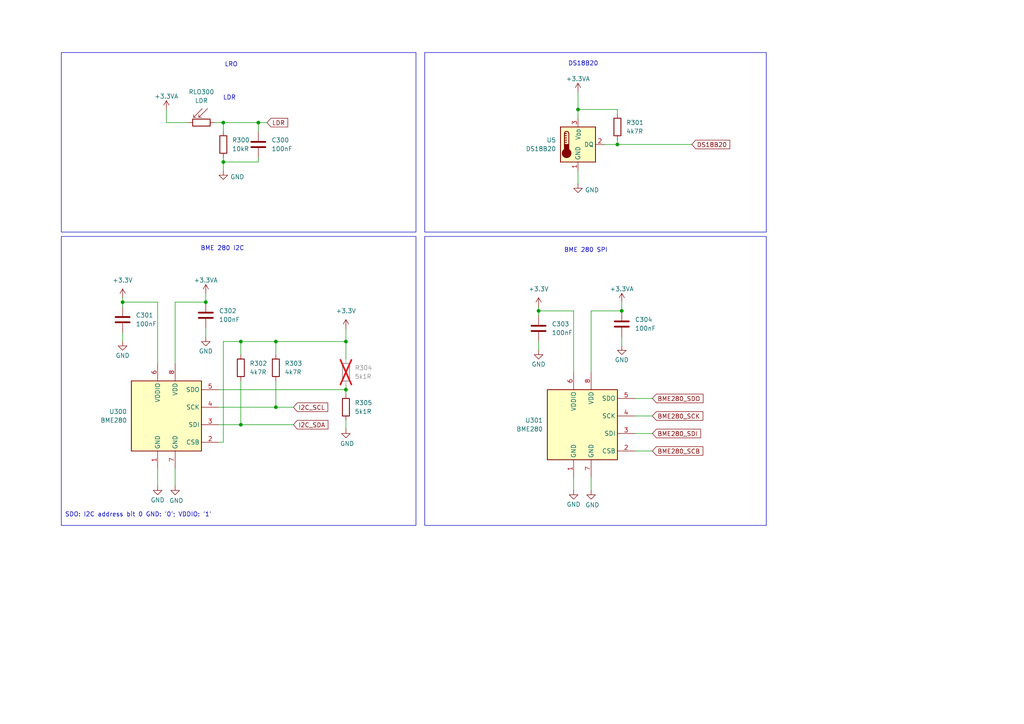
<source format=kicad_sch>
(kicad_sch (version 20231120) (generator "eeschema") (generator_version "8.0")
  (paper "A4")
  (lib_symbols
    (symbol "Device:C" (pin_numbers hide) (pin_names (offset 0.254))
      (property "Reference" "C" (at 0.635 2.54 0))
      (property "Value" "C" (at 0.635 -2.54 0))
      (symbol "C_0_1"
        (polyline (pts (xy -2.032 -0.762) (xy 2.032 -0.762)) (stroke (width 0.508)))
        (polyline (pts (xy -2.032 0.762) (xy 2.032 0.762)) (stroke (width 0.508)))
      )
      (symbol "C_1_1"
        (pin passive line (at 0 3.81 270) (length 2.794) (name "~") (number "1"))
        (pin passive line (at 0 -3.81 90) (length 2.794) (name "~") (number "2"))
      )
    )
    (symbol "Device:R" (pin_numbers hide) (pin_names (offset 0))
      (property "Reference" "R" (at 2.032 0 90))
      (property "Value" "R" (at 0 0 90))
      (symbol "R_0_1"
        (rectangle (start -1.016 -2.54) (end 1.016 2.54) (stroke (width 0.254)))
      )
      (symbol "R_1_1"
        (pin passive line (at 0 3.81 270) (length 1.27) (name "~") (number "1"))
        (pin passive line (at 0 -3.81 90) (length 1.27) (name "~") (number "2"))
      )
    )
    (symbol "Sensor:BME280"
      (property "Reference" "U" (at -8.89 11.43 0))
      (property "Value" "BME280" (at 7.62 11.43 0))
      (symbol "BME280_0_1"
        (rectangle (start -10.16 10.16) (end 10.16 -10.16) (stroke (width 0.254)) (fill (type background)))
      )
      (symbol "BME280_1_1"
        (pin power_in line (at -2.54 -15.24 90) (length 5.08) (name "GND") (number "1"))
        (pin input line (at 15.24 -7.62 180) (length 5.08) (name "CSB") (number "2"))
        (pin bidirectional line (at 15.24 -2.54 180) (length 5.08) (name "SDI") (number "3"))
        (pin input line (at 15.24 2.54 180) (length 5.08) (name "SCK") (number "4"))
        (pin bidirectional line (at 15.24 7.62 180) (length 5.08) (name "SDO") (number "5"))
        (pin power_in line (at -2.54 15.24 270) (length 5.08) (name "VDDIO") (number "6"))
        (pin power_in line (at 2.54 -15.24 90) (length 5.08) (name "GND") (number "7"))
        (pin power_in line (at 2.54 15.24 270) (length 5.08) (name "VDD") (number "8"))
      )
    )
    (symbol "Sensor_Optical:LDR07" (pin_numbers hide) (pin_names (offset 0))
      (property "Reference" "R" (at -5.08 0 90))
      (property "Value" "LDR07" (at 1.905 0 90))
      (symbol "LDR07_0_1"
        (rectangle (start -1.016 2.54) (end 1.016 -2.54) (stroke (width 0.254)))
        (polyline (pts (xy -1.524 -2.286) (xy -4.064 0.254)))
        (polyline (pts (xy -1.524 -2.286) (xy -2.286 -2.286)))
        (polyline (pts (xy -1.524 -2.286) (xy -1.524 -1.524)))
        (polyline (pts (xy -1.524 -0.762) (xy -4.064 1.778)))
        (polyline (pts (xy -1.524 -0.762) (xy -2.286 -0.762)))
        (polyline (pts (xy -1.524 -0.762) (xy -1.524 0)))
      )
      (symbol "LDR07_1_1"
        (pin passive line (at 0 3.81 270) (length 1.27) (name "~") (number "1"))
        (pin passive line (at 0 -3.81 90) (length 1.27) (name "~") (number "2"))
      )
    )
    (symbol "Sensor_Temperature:DS18B20"
      (property "Reference" "U" (at -3.81 6.35 0))
      (property "Value" "DS18B20" (at 6.35 6.35 0))
      (symbol "DS18B20_0_1"
        (rectangle (start -5.08 5.08) (end 5.08 -5.08) (stroke (width 0.254)) (fill (type background)))
        (circle (center -3.302 -2.54) (radius 1.27) (stroke (width 0.254)) (fill (type outline)))
        (rectangle (start -2.667 -1.905) (end -3.937 0) (stroke (width 0.254)) (fill (type outline)))
        (arc (start -2.667 3.175) (mid -3.302 3.8073) (end -3.937 3.175) (stroke (width 0.254)))
        (polyline (pts (xy -3.937 0.635) (xy -3.302 0.635)) (stroke (width 0.254)))
        (polyline (pts (xy -3.937 1.27) (xy -3.302 1.27)) (stroke (width 0.254)))
        (polyline (pts (xy -3.937 1.905) (xy -3.302 1.905)) (stroke (width 0.254)))
        (polyline (pts (xy -3.937 2.54) (xy -3.302 2.54)) (stroke (width 0.254)))
        (polyline (pts (xy -3.937 3.175) (xy -3.937 0)) (stroke (width 0.254)))
        (polyline (pts (xy -3.937 3.175) (xy -3.302 3.175)) (stroke (width 0.254)))
        (polyline (pts (xy -2.667 3.175) (xy -2.667 0)) (stroke (width 0.254)))
      )
      (symbol "DS18B20_1_1"
        (pin power_in line (at 0 -7.62 90) (length 2.54) (name "GND") (number "1"))
        (pin bidirectional line (at 7.62 0 180) (length 2.54) (name "DQ") (number "2"))
        (pin power_in line (at 0 7.62 270) (length 2.54) (name "V_{DD}") (number "3"))
      )
    )
    (symbol "power:+3.3V" (power) (pin_numbers hide) (pin_names (offset 0) hide)
      (property "Value" "+3.3V" (at 0 3.556 0))
      (symbol "+3.3V_0_1"
        (polyline (pts (xy -0.762 1.27) (xy 0 2.54)))
        (polyline (pts (xy 0 0) (xy 0 2.54)))
        (polyline (pts (xy 0 2.54) (xy 0.762 1.27)))
      )
      (symbol "+3.3V_1_1"
        (pin power_in line (at 0 0 90) (length 0) (name "~") (number "1"))
      )
    )
    (symbol "power:+3.3VA" (power) (pin_names (offset 0))
      (property "Value" "+3.3VA" (at 0 3.556 0))
      (symbol "+3.3VA_0_1"
        (polyline (pts (xy -0.762 1.27) (xy 0 2.54)))
        (polyline (pts (xy 0 0) (xy 0 2.54)))
        (polyline (pts (xy 0 2.54) (xy 0.762 1.27)))
      )
      (symbol "+3.3VA_1_1"
        (pin power_in line (at 0 0 90) (length 0) hide (name "+3.3VA") (number "1"))
      )
    )
    (symbol "power:GND" (power) (pin_numbers hide) (pin_names (offset 0) hide)
      (property "Value" "GND" (at 0 -3.81 0))
      (symbol "GND_0_1"
        (polyline (pts (xy 0 0) (xy 0 -1.27) (xy 1.27 -1.27) (xy 0 -2.54) (xy -1.27 -1.27) (xy 0 -1.27)))
      )
      (symbol "GND_1_1"
        (pin power_in line (at 0 0 270) (length 0) (name "~") (number "1"))
      )
    )
  )
  (junction (at 179.07 41.91))
  (junction (at 74.93 35.56))
  (junction (at 156.21 90.17))
  (junction (at 100.33 99.06))
  (junction (at 35.56 87.63))
  (junction (at 80.01 118.11))
  (junction (at 69.85 123.19))
  (junction (at 80.01 99.06))
  (junction (at 69.85 99.06))
  (junction (at 64.77 35.56))
  (junction (at 167.64 31.75))
  (junction (at 100.33 113.03))
  (junction (at 59.69 87.63))
  (junction (at 64.77 46.99))
  (junction (at 180.34 90.17))
  (wire (pts (xy 184.15 115.57) (xy 189.23 115.57)))
  (wire (pts (xy 45.72 135.89) (xy 45.72 140.97)))
  (wire (pts (xy 59.69 87.63) (xy 50.8 87.63)))
  (wire (pts (xy 62.23 35.56) (xy 64.77 35.56)))
  (wire (pts (xy 180.34 97.79) (xy 180.34 100.33)))
  (wire (pts (xy 166.37 90.17) (xy 166.37 107.95)))
  (wire (pts (xy 64.77 35.56) (xy 64.77 38.1)))
  (wire (pts (xy 69.85 99.06) (xy 64.77 99.06)))
  (wire (pts (xy 35.56 96.52) (xy 35.56 99.06)))
  (wire (pts (xy 100.33 95.25) (xy 100.33 99.06)))
  (wire (pts (xy 74.93 46.99) (xy 74.93 45.72)))
  (wire (pts (xy 180.34 87.63) (xy 180.34 90.17)))
  (wire (pts (xy 156.21 90.17) (xy 166.37 90.17)))
  (wire (pts (xy 167.64 31.75) (xy 167.64 34.29)))
  (wire (pts (xy 156.21 99.06) (xy 156.21 101.6)))
  (wire (pts (xy 59.69 85.09) (xy 59.69 87.63)))
  (wire (pts (xy 45.72 87.63) (xy 45.72 105.41)))
  (wire (pts (xy 179.07 40.64) (xy 179.07 41.91)))
  (wire (pts (xy 179.07 31.75) (xy 167.64 31.75)))
  (wire (pts (xy 64.77 128.27) (xy 63.5 128.27)))
  (wire (pts (xy 48.26 31.75) (xy 48.26 35.56)))
  (wire (pts (xy 167.64 26.67) (xy 167.64 31.75)))
  (wire (pts (xy 100.33 113.03) (xy 100.33 114.3)))
  (wire (pts (xy 69.85 123.19) (xy 85.09 123.19)))
  (wire (pts (xy 171.45 138.43) (xy 171.45 142.24)))
  (wire (pts (xy 63.5 113.03) (xy 100.33 113.03)))
  (wire (pts (xy 184.15 130.81) (xy 189.23 130.81)))
  (wire (pts (xy 80.01 99.06) (xy 100.33 99.06)))
  (wire (pts (xy 100.33 99.06) (xy 100.33 104.14)))
  (wire (pts (xy 35.56 87.63) (xy 45.72 87.63)))
  (wire (pts (xy 80.01 110.49) (xy 80.01 118.11)))
  (wire (pts (xy 171.45 90.17) (xy 171.45 107.95)))
  (wire (pts (xy 63.5 118.11) (xy 80.01 118.11)))
  (wire (pts (xy 74.93 35.56) (xy 77.47 35.56)))
  (wire (pts (xy 64.77 46.99) (xy 64.77 49.53)))
  (wire (pts (xy 175.26 41.91) (xy 179.07 41.91)))
  (wire (pts (xy 69.85 110.49) (xy 69.85 123.19)))
  (wire (pts (xy 184.15 120.65) (xy 189.23 120.65)))
  (wire (pts (xy 69.85 102.87) (xy 69.85 99.06)))
  (wire (pts (xy 80.01 102.87) (xy 80.01 99.06)))
  (wire (pts (xy 167.64 49.53) (xy 167.64 53.34)))
  (wire (pts (xy 179.07 33.02) (xy 179.07 31.75)))
  (wire (pts (xy 156.21 90.17) (xy 156.21 91.44)))
  (wire (pts (xy 179.07 41.91) (xy 200.66 41.91)))
  (wire (pts (xy 156.21 88.9) (xy 156.21 90.17)))
  (wire (pts (xy 184.15 125.73) (xy 189.23 125.73)))
  (wire (pts (xy 64.77 46.99) (xy 64.77 45.72)))
  (wire (pts (xy 69.85 99.06) (xy 80.01 99.06)))
  (wire (pts (xy 64.77 35.56) (xy 74.93 35.56)))
  (wire (pts (xy 74.93 35.56) (xy 74.93 38.1)))
  (wire (pts (xy 100.33 121.92) (xy 100.33 124.46)))
  (wire (pts (xy 35.56 87.63) (xy 35.56 88.9)))
  (wire (pts (xy 50.8 135.89) (xy 50.8 140.97)))
  (wire (pts (xy 74.93 46.99) (xy 64.77 46.99)))
  (wire (pts (xy 48.26 35.56) (xy 54.61 35.56)))
  (wire (pts (xy 63.5 123.19) (xy 69.85 123.19)))
  (wire (pts (xy 100.33 113.03) (xy 100.33 111.76)))
  (wire (pts (xy 64.77 99.06) (xy 64.77 128.27)))
  (wire (pts (xy 166.37 138.43) (xy 166.37 142.24)))
  (wire (pts (xy 180.34 90.17) (xy 171.45 90.17)))
  (wire (pts (xy 35.56 86.36) (xy 35.56 87.63)))
  (wire (pts (xy 59.69 95.25) (xy 59.69 97.79)))
  (wire (pts (xy 80.01 118.11) (xy 85.09 118.11)))
  (wire (pts (xy 50.8 87.63) (xy 50.8 105.41)))
  (rectangle (start 17.78 68.58) (end 120.65 152.4))
  (rectangle (start 123.19 15.24) (end 222.25 67.31))
  (rectangle (start 17.78 15.24) (end 120.65 67.31))
  (rectangle (start 123.19 68.58) (end 222.25 152.4))
  (text "LRO" (at 67.056 18.796 0) (effects (font (size 1.27 1.27))))
  (text "DS18B20" (at 169.164 18.542 0) (effects (font (size 1.27 1.27))))
  (text "BME 280 SPI" (at 169.926 72.644 0) (effects (font (size 1.27 1.27))))
  (text "BME 280 I2C" (at 64.516 72.136 0) (effects (font (size 1.27 1.27))))
  (text "LDR" (at 66.548 28.448 0) (effects (font (size 1.27 1.27))))
  (text "SDO: I2C address bit 0 GND: '0'; VDDIO: '1'" (at 40.132 149.352 0) (effects (font (size 1.27 1.27))))
  (global_label "I2C_SDA" (shape input) (at 85.09 123.19 0) (property "Intersheetrefs" "${INTERSHEET_REFS}" (effects (hide yes))))
  (global_label "I2C_SCL" (shape input) (at 85.09 118.11 0) (property "Intersheetrefs" "${INTERSHEET_REFS}" (effects (hide yes))))
  (global_label "DS18B20" (shape input) (at 200.66 41.91 0) (property "Intersheetrefs" "${INTERSHEET_REFS}" (effects (hide yes))))
  (global_label "BME280_SDO" (shape input) (at 189.23 115.57 0) (property "Intersheetrefs" "${INTERSHEET_REFS}" (effects (hide yes))))
  (global_label "LDR" (shape input) (at 77.47 35.56 0) (property "Intersheetrefs" "${INTERSHEET_REFS}" (effects (hide yes))))
  (global_label "BME280_SCB" (shape input) (at 189.23 130.81 0) (property "Intersheetrefs" "${INTERSHEET_REFS}" (effects (hide yes))))
  (global_label "BME280_SDI" (shape input) (at 189.23 125.73 0) (property "Intersheetrefs" "${INTERSHEET_REFS}" (effects (hide yes))))
  (global_label "BME280_SCK" (shape input) (at 189.23 120.65 0) (property "Intersheetrefs" "${INTERSHEET_REFS}" (effects (hide yes))))
  (symbol (lib_id "Device:C") (at 35.56 92.71 0) (unit 1)
    (property "Reference" "C301" (at 39.37 91.4399 0) (effects (justify left)))
    (property "Value" "100nF" (at 39.37 93.9799 0) (effects (justify left)))
    (property "Footprint" "Capacitor_SMD:C_0805_2012Metric" (effects (hide yes)))
    (property "Description" "Unpolarized capacitor" (effects (hide yes)))
    (property "Manufacturer" "Samsung Electro-Mechanics" (effects (hide yes)))
    (property "Manufacturer Product Number" "CL21A106KOQNNNE" (effects (hide yes)))
  )
  (symbol (lib_id "power:GND") (at 156.21 101.6 0) (unit 1)
    (property "Reference" "#PWR035" (effects (hide yes)))
    (property "Value" "GND" (at 156.21 105.664 0))
    (property "Description" "Power symbol creates a global label with name \"GND\" , ground" (effects (hide yes)))
  )
  (symbol (lib_id "power:GND") (at 171.45 142.24 0) (unit 1)
    (property "Reference" "#PWR039" (effects (hide yes)))
    (property "Value" "GND" (at 171.8046 146.4635 0))
    (property "Description" "Power symbol creates a global label with name \"GND\" , ground" (effects (hide yes)))
  )
  (symbol (lib_id "power:+3.3V") (at 35.56 86.36 0) (unit 1)
    (property "Reference" "#PWR033" (effects (hide yes)))
    (property "Value" "+3.3V" (at 35.56 81.28 0))
    (property "Description" "Power symbol creates a global label with name \"+3.3V\"" (effects (hide yes)))
  )
  (symbol (lib_id "power:+3.3V") (at 156.21 88.9 0) (unit 1)
    (property "Reference" "#PWR034" (effects (hide yes)))
    (property "Value" "+3.3V" (at 156.21 83.82 0))
    (property "Description" "Power symbol creates a global label with name \"+3.3V\"" (effects (hide yes)))
  )
  (symbol (lib_id "power:+3.3VA") (at 167.64 26.67 0) (unit 1)
    (property "Reference" "#PWR030" (effects (hide yes)))
    (property "Value" "+3.3VA" (at 167.64 22.86 0))
  )
  (symbol (lib_id "power:GND") (at 180.34 100.33 0) (unit 1)
    (property "Reference" "#PWR045" (effects (hide yes)))
    (property "Value" "GND" (at 180.34 104.394 0))
    (property "Description" "Power symbol creates a global label with name \"GND\" , ground" (effects (hide yes)))
  )
  (symbol (lib_id "power:GND") (at 35.56 99.06 0) (unit 1)
    (property "Reference" "#PWR042" (effects (hide yes)))
    (property "Value" "GND" (at 35.56 103.124 0))
    (property "Description" "Power symbol creates a global label with name \"GND\" , ground" (effects (hide yes)))
  )
  (symbol (lib_id "Device:C") (at 156.21 95.25 0) (unit 1)
    (property "Reference" "C303" (at 160.02 93.9799 0) (effects (justify left)))
    (property "Value" "100nF" (at 160.02 96.5199 0) (effects (justify left)))
    (property "Footprint" "Capacitor_SMD:C_0805_2012Metric" (effects (hide yes)))
    (property "Description" "Unpolarized capacitor" (effects (hide yes)))
    (property "Manufacturer" "Samsung Electro-Mechanics" (effects (hide yes)))
    (property "Manufacturer Product Number" "CL21A106KOQNNNE" (effects (hide yes)))
  )
  (symbol (lib_id "Device:C") (at 180.34 93.98 0) (unit 1)
    (property "Reference" "C304" (at 184.15 92.7099 0) (effects (justify left)))
    (property "Value" "100nF" (at 184.15 95.2499 0) (effects (justify left)))
    (property "Footprint" "Capacitor_SMD:C_0805_2012Metric" (effects (hide yes)))
    (property "Description" "Unpolarized capacitor" (effects (hide yes)))
    (property "Manufacturer" "Samsung Electro-Mechanics" (effects (hide yes)))
    (property "Manufacturer Product Number" "CL21A106KOQNNNE" (effects (hide yes)))
  )
  (symbol (lib_id "Device:R") (at 179.07 36.83 0) (unit 1)
    (property "Reference" "R301" (at 181.61 35.5599 0) (effects (justify left)))
    (property "Value" "4k7R" (at 181.61 38.0999 0) (effects (justify left)))
    (property "Footprint" "Resistor_SMD:R_0805_2012Metric" (effects (hide yes)))
    (property "Description" "Resistor" (effects (hide yes)))
    (property "Manufacturer" "UNI-ROYAL(Uniroyal Elec)" (effects (hide yes)))
    (property "Manufacturer Product Number" "0805W8F1002T5E" (effects (hide yes)))
  )
  (symbol (lib_id "power:GND") (at 166.37 142.24 0) (unit 1)
    (property "Reference" "#PWR038" (effects (hide yes)))
    (property "Value" "GND" (at 166.37 146.304 0))
    (property "Description" "Power symbol creates a global label with name \"GND\" , ground" (effects (hide yes)))
  )
  (symbol (lib_id "Device:R") (at 100.33 107.95 0) (unit 1) (dnp yes)
    (property "Reference" "R304" (at 102.87 106.6799 0) (effects (justify left)))
    (property "Value" "5k1R" (at 102.87 109.2199 0) (effects (justify left)))
    (property "Footprint" "Resistor_SMD:R_0805_2012Metric" (effects (hide yes)))
    (property "Description" "Resistor" (effects (hide yes)))
    (property "Manufacturer" "UNI-ROYAL(Uniroyal Elec)" (effects (hide yes)))
    (property "Manufacturer Product Number" "0805W8F1002T5E" (effects (hide yes)))
  )
  (symbol (lib_id "Device:R") (at 64.77 41.91 0) (unit 1)
    (property "Reference" "R300" (at 67.31 40.6399 0) (effects (justify left)))
    (property "Value" "10kR" (at 67.31 43.1799 0) (effects (justify left)))
    (property "Footprint" "Resistor_SMD:R_0805_2012Metric" (effects (hide yes)))
    (property "Description" "Resistor" (effects (hide yes)))
    (property "Manufacturer" "UNI-ROYAL(Uniroyal Elec)" (effects (hide yes)))
    (property "Manufacturer Product Number" "0805W8F1002T5E" (effects (hide yes)))
  )
  (symbol (lib_id "power:+3.3V") (at 100.33 95.25 0) (unit 1)
    (property "Reference" "#PWR040" (effects (hide yes)))
    (property "Value" "+3.3V" (at 100.33 90.17 0))
    (property "Description" "Power symbol creates a global label with name \"+3.3V\"" (effects (hide yes)))
  )
  (symbol (lib_id "Device:R") (at 69.85 106.68 0) (unit 1)
    (property "Reference" "R302" (at 72.39 105.4099 0) (effects (justify left)))
    (property "Value" "4k7R" (at 72.39 107.9499 0) (effects (justify left)))
    (property "Footprint" "Resistor_SMD:R_0805_2012Metric" (effects (hide yes)))
    (property "Description" "Resistor" (effects (hide yes)))
    (property "Manufacturer" "UNI-ROYAL(Uniroyal Elec)" (effects (hide yes)))
    (property "Manufacturer Product Number" "0805W8F1002T5E" (effects (hide yes)))
  )
  (symbol (lib_id "power:+3.3VA") (at 48.26 31.75 0) (unit 1)
    (property "Reference" "#PWR015" (effects (hide yes)))
    (property "Value" "+3.3VA" (at 48.26 27.94 0))
  )
  (symbol (lib_id "power:GND") (at 59.69 97.79 0) (unit 1)
    (property "Reference" "#PWR043" (effects (hide yes)))
    (property "Value" "GND" (at 59.69 101.854 0))
    (property "Description" "Power symbol creates a global label with name \"GND\" , ground" (effects (hide yes)))
  )
  (symbol (lib_id "Sensor_Optical:LDR07") (at 58.42 35.56 270) (unit 1)
    (property "Reference" "RLO300" (at 58.42 26.67 90))
    (property "Value" "LDR" (at 58.42 29.21 90))
    (property "Footprint" "OptoDevice:R_LDR_5.1x4.3mm_P3.4mm_Vertical" (effects (hide yes)))
    (property "Datasheet" "http://www.tme.eu/de/Document/f2e3ad76a925811312d226c31da4cd7e/LDR07.pdf" (effects (hide yes)))
    (property "Description" "light dependent resistor" (effects (hide yes)))
    (property "Manufacturer" "JCHL(Shenzhen Jing Chuang He Li Tech)" (effects (hide yes)))
    (property "Manufacturer Product Number" "GL5528(10-20)" (effects (hide yes)))
  )
  (symbol (lib_id "power:GND") (at 64.77 49.53 0) (unit 1)
    (property "Reference" "#PWR016" (effects (hide yes)))
    (property "Value" "GND" (at 68.834 51.308 0))
    (property "Description" "Power symbol creates a global label with name \"GND\" , ground" (effects (hide yes)))
  )
  (symbol (lib_id "Device:C") (at 74.93 41.91 0) (unit 1)
    (property "Reference" "C300" (at 78.74 40.6399 0) (effects (justify left)))
    (property "Value" "100nF" (at 78.74 43.1799 0) (effects (justify left)))
    (property "Footprint" "Capacitor_SMD:C_0603_1608Metric" (effects (hide yes)))
    (property "Description" "Unpolarized capacitor" (effects (hide yes)))
    (property "Manufacturer" "Samsung Electro-Mechanics" (effects (hide yes)))
    (property "Manufacturer Product Number" "CL10B104KB8NNNC" (effects (hide yes)))
  )
  (symbol (lib_id "power:GND") (at 167.64 53.34 0) (unit 1)
    (property "Reference" "#PWR031" (effects (hide yes)))
    (property "Value" "GND" (at 171.704 55.118 0))
    (property "Description" "Power symbol creates a global label with name \"GND\" , ground" (effects (hide yes)))
  )
  (symbol (lib_id "power:GND") (at 50.8 140.97 0) (unit 1)
    (property "Reference" "#PWR037" (effects (hide yes)))
    (property "Value" "GND" (at 51.1546 145.1935 0))
    (property "Description" "Power symbol creates a global label with name \"GND\" , ground" (effects (hide yes)))
  )
  (symbol (lib_id "Device:R") (at 80.01 106.68 0) (unit 1)
    (property "Reference" "R303" (at 82.55 105.4099 0) (effects (justify left)))
    (property "Value" "4k7R" (at 82.55 107.9499 0) (effects (justify left)))
    (property "Footprint" "Resistor_SMD:R_0805_2012Metric" (effects (hide yes)))
    (property "Description" "Resistor" (effects (hide yes)))
    (property "Manufacturer" "UNI-ROYAL(Uniroyal Elec)" (effects (hide yes)))
    (property "Manufacturer Product Number" "0805W8F1002T5E" (effects (hide yes)))
  )
  (symbol (lib_id "Sensor:BME280") (at 168.91 123.19 0) (unit 1)
    (property "Reference" "U301" (at 157.48 121.9199 0) (effects (justify right)))
    (property "Value" "BME280" (at 157.48 124.4599 0) (effects (justify right)))
    (property "Footprint" "Package_LGA:Bosch_LGA-8_2.5x2.5mm_P0.65mm_ClockwisePinNumbering" (effects (hide yes)))
    (property "Datasheet" "https://www.bosch-sensortec.com/media/boschsensortec/downloads/datasheets/bst-bme280-ds002.pdf" (effects (hide yes)))
    (property "Description" "3-in-1 sensor, humidity, pressure, temperature, I2C and SPI interface, 1.71-3.6V, LGA-8" (effects (hide yes)))
  )
  (symbol (lib_id "power:+3.3VA") (at 180.34 87.63 0) (unit 1)
    (property "Reference" "#PWR044" (effects (hide yes)))
    (property "Value" "+3.3VA" (at 180.34 83.82 0))
  )
  (symbol (lib_id "power:+3.3VA") (at 59.69 85.09 0) (unit 1)
    (property "Reference" "#PWR032" (effects (hide yes)))
    (property "Value" "+3.3VA" (at 59.69 81.28 0))
  )
  (symbol (lib_id "Device:R") (at 100.33 118.11 0) (unit 1)
    (property "Reference" "R305" (at 102.87 116.8399 0) (effects (justify left)))
    (property "Value" "5k1R" (at 102.87 119.3799 0) (effects (justify left)))
    (property "Footprint" "Resistor_SMD:R_0805_2012Metric" (effects (hide yes)))
    (property "Description" "Resistor" (effects (hide yes)))
    (property "Manufacturer" "UNI-ROYAL(Uniroyal Elec)" (effects (hide yes)))
    (property "Manufacturer Product Number" "0805W8F1002T5E" (effects (hide yes)))
  )
  (symbol (lib_id "Sensor:BME280") (at 48.26 120.65 0) (unit 1)
    (property "Reference" "U300" (at 36.83 119.3799 0) (effects (justify right)))
    (property "Value" "BME280" (at 36.83 121.9199 0) (effects (justify right)))
    (property "Footprint" "Package_LGA:Bosch_LGA-8_2.5x2.5mm_P0.65mm_ClockwisePinNumbering" (effects (hide yes)))
    (property "Datasheet" "https://www.bosch-sensortec.com/media/boschsensortec/downloads/datasheets/bst-bme280-ds002.pdf" (effects (hide yes)))
    (property "Description" "3-in-1 sensor, humidity, pressure, temperature, I2C and SPI interface, 1.71-3.6V, LGA-8" (effects (hide yes)))
  )
  (symbol (lib_id "power:GND") (at 100.33 124.46 0) (unit 1)
    (property "Reference" "#PWR041" (effects (hide yes)))
    (property "Value" "GND" (at 100.6846 128.6835 0))
    (property "Description" "Power symbol creates a global label with name \"GND\" , ground" (effects (hide yes)))
  )
  (symbol (lib_id "power:GND") (at 45.72 140.97 0) (unit 1)
    (property "Reference" "#PWR036" (effects (hide yes)))
    (property "Value" "GND" (at 45.72 145.034 0))
    (property "Description" "Power symbol creates a global label with name \"GND\" , ground" (effects (hide yes)))
  )
  (symbol (lib_id "Sensor_Temperature:DS18B20") (at 167.64 41.91 0) (unit 1)
    (property "Reference" "U5" (at 161.29 40.6399 0) (effects (justify right)))
    (property "Value" "DS18B20" (at 161.29 43.1799 0) (effects (justify right)))
    (property "Footprint" "Package_TO_SOT_THT:TO-92_Inline" (effects (hide yes)))
    (property "Datasheet" "http://datasheets.maximintegrated.com/en/ds/DS18B20.pdf" (effects (hide yes)))
    (property "Description" "Programmable Resolution 1-Wire Digital Thermometer TO-92" (effects (hide yes)))
  )
  (symbol (lib_id "Device:C") (at 59.69 91.44 0) (unit 1)
    (property "Reference" "C302" (at 63.5 90.1699 0) (effects (justify left)))
    (property "Value" "100nF" (at 63.5 92.7099 0) (effects (justify left)))
    (property "Footprint" "Capacitor_SMD:C_0805_2012Metric" (effects (hide yes)))
    (property "Description" "Unpolarized capacitor" (effects (hide yes)))
    (property "Manufacturer" "Samsung Electro-Mechanics" (effects (hide yes)))
    (property "Manufacturer Product Number" "CL21A106KOQNNNE" (effects (hide yes)))
  )
)
</source>
